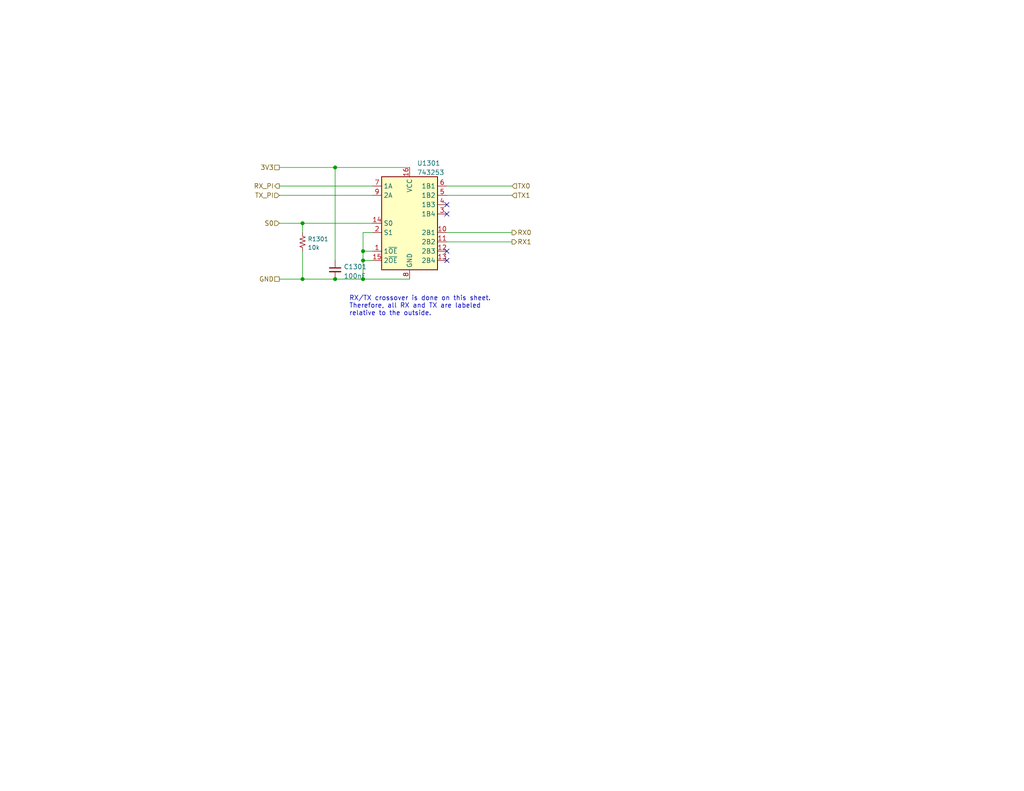
<source format=kicad_sch>
(kicad_sch (version 20211123) (generator eeschema)
  (paper "USLetter")
  (title_block (title "Rollercoasterometer") (date "2022-10-07") (company "Kwan Systems"))
  (lib_symbols
    (symbol "Analog_Switch:SN74CBT3253"
      (property "Reference" "U" (at -7.62 13.97 0))
      (property "Value" "SN74CBT3253" (at -11.43 -13.97 0))
      (symbol "SN74CBT3253_0_1"
        (rectangle (start -7.62 12.7) (end 7.62 -12.7) (stroke (width 0.254)) (fill (type background)))
        (rectangle (start 7.62 -12.7) (end 7.62 -12.7))
      )
      (symbol "SN74CBT3253_1_1"
        (pin input line (at -10.16 -7.62 0) (length 2.54) (name "1~{OE}") (number "1"))
        (pin bidirectional line (at 10.16 -2.54 180) (length 2.54) (name "2B1") (number "10"))
        (pin bidirectional line (at 10.16 -5.08 180) (length 2.54) (name "2B2") (number "11"))
        (pin bidirectional line (at 10.16 -7.62 180) (length 2.54) (name "2B3") (number "12"))
        (pin bidirectional line (at 10.16 -10.16 180) (length 2.54) (name "2B4") (number "13"))
        (pin input line (at -10.16 0 0) (length 2.54) (name "S0") (number "14"))
        (pin input line (at -10.16 -10.16 0) (length 2.54) (name "2~{OE}") (number "15"))
        (pin power_in line (at 0 15.24 270) (length 2.54) (name "VCC") (number "16"))
        (pin input line (at -10.16 -2.54 0) (length 2.54) (name "S1") (number "2"))
        (pin bidirectional line (at 10.16 2.54 180) (length 2.54) (name "1B4") (number "3"))
        (pin bidirectional line (at 10.16 5.08 180) (length 2.54) (name "1B3") (number "4"))
        (pin bidirectional line (at 10.16 7.62 180) (length 2.54) (name "1B2") (number "5"))
        (pin bidirectional line (at 10.16 10.16 180) (length 2.54) (name "1B1") (number "6"))
        (pin bidirectional line (at -10.16 10.16 0) (length 2.54) (name "1A") (number "7"))
        (pin power_in line (at 0 -15.24 90) (length 2.54) (name "GND") (number "8"))
        (pin bidirectional line (at -10.16 7.62 0) (length 2.54) (name "2A") (number "9"))
      )
    )
    (symbol "Device:C_Small" (pin_numbers hide) (pin_names (offset 0.254) hide)
      (property "Reference" "C" (at 0.254 1.778 0))
      (property "Value" "C_Small" (at 0.254 -2.032 0))
      (symbol "C_Small_0_1"
        (polyline (pts (xy -1.524 -0.508) (xy 1.524 -0.508)) (stroke (width 0.3302)))
        (polyline (pts (xy -1.524 0.508) (xy 1.524 0.508)) (stroke (width 0.3048)))
      )
      (symbol "C_Small_1_1"
        (pin passive line (at 0 2.54 270) (length 2.032) (name "~") (number "1"))
        (pin passive line (at 0 -2.54 90) (length 2.032) (name "~") (number "2"))
      )
    )
    (symbol "KwanSystems:RESISTOR" (pin_numbers hide) (pin_names (offset 1.016) hide)
      (property "Reference" "R" (at -1.27 1.27 0))
      (property "Value" "RESISTOR" (at -1.27 -2.54 0))
      (symbol "RESISTOR_0_1"
        (polyline (pts (xy 0 0) (xy -0.254 0.762) (xy -0.762 -0.762) (xy -1.27 0.762) (xy -1.524 0)))
        (polyline (pts (xy 0 0) (xy 0.254 -0.762) (xy 0.762 0.762) (xy 1.27 -0.762) (xy 1.524 0)))
      )
      (symbol "RESISTOR_1_1"
        (pin passive line (at -2.54 0 0) (length 0.9906) (name "1") (number "1"))
        (pin passive line (at 2.54 0 180) (length 0.9906) (name "2") (number "2"))
      )
    )
  )
  (junction (at 99.06 76.2))
  (junction (at 99.06 68.58))
  (junction (at 91.44 76.2))
  (junction (at 82.55 60.96))
  (junction (at 91.44 45.72))
  (junction (at 82.55 76.2))
  (junction (at 99.06 71.12))
  (no_connect (at 121.92 55.88))
  (no_connect (at 121.92 58.42))
  (no_connect (at 121.92 68.58))
  (no_connect (at 121.92 71.12))
  (wire (pts (xy 101.6 63.5) (xy 99.06 63.5)))
  (wire (pts (xy 76.2 50.8) (xy 101.6 50.8)))
  (wire (pts (xy 101.6 71.12) (xy 99.06 71.12)))
  (wire (pts (xy 76.2 53.34) (xy 101.6 53.34)))
  (wire (pts (xy 99.06 76.2) (xy 111.76 76.2)))
  (wire (pts (xy 121.92 53.34) (xy 139.7 53.34)))
  (wire (pts (xy 121.92 50.8) (xy 139.7 50.8)))
  (wire (pts (xy 91.44 45.72) (xy 111.76 45.72)))
  (wire (pts (xy 99.06 71.12) (xy 99.06 76.2)))
  (wire (pts (xy 82.55 68.58) (xy 82.55 76.2)))
  (wire (pts (xy 99.06 68.58) (xy 99.06 71.12)))
  (wire (pts (xy 76.2 45.72) (xy 91.44 45.72)))
  (wire (pts (xy 91.44 76.2) (xy 99.06 76.2)))
  (wire (pts (xy 82.55 76.2) (xy 91.44 76.2)))
  (wire (pts (xy 121.92 63.5) (xy 139.7 63.5)))
  (wire (pts (xy 99.06 63.5) (xy 99.06 68.58)))
  (wire (pts (xy 82.55 60.96) (xy 101.6 60.96)))
  (wire (pts (xy 76.2 76.2) (xy 82.55 76.2)))
  (wire (pts (xy 82.55 60.96) (xy 82.55 63.5)))
  (wire (pts (xy 76.2 60.96) (xy 82.55 60.96)))
  (wire (pts (xy 101.6 68.58) (xy 99.06 68.58)))
  (wire (pts (xy 121.92 66.04) (xy 139.7 66.04)))
  (wire (pts (xy 91.44 45.72) (xy 91.44 71.12)))
  (text "RX/TX crossover is done on this sheet. \nTherefore, all RX and TX are labeled\nrelative to the outside." (at 95.25 86.36 0) (effects (font (size 1.27 1.27)) (justify left bottom)))
  (hierarchical_label "GND" (shape passive) (at 76.2 76.2 180))
  (hierarchical_label "RX_PI" (shape output) (at 76.2 50.8 180))
  (hierarchical_label "RX1" (shape output) (at 139.7 66.04 0))
  (hierarchical_label "S0" (shape input) (at 76.2 60.96 180))
  (hierarchical_label "TX0" (shape input) (at 139.7 50.8 0))
  (hierarchical_label "TX1" (shape input) (at 139.7 53.34 0))
  (hierarchical_label "RX0" (shape output) (at 139.7 63.5 0))
  (hierarchical_label "TX_PI" (shape input) (at 76.2 53.34 180))
  (hierarchical_label "3V3" (shape passive) (at 76.2 45.72 180))
  (symbol (lib_id "KwanSystems:RESISTOR") (at 82.55 66.04 90) (unit 1)
    (property "Reference" "R1301" (at 83.947 65.2761 90) (effects (font (size 1.143 1.143)) (justify right)))
    (property "Value" "10k" (at 83.947 67.5847 90) (effects (font (size 1.143 1.143)) (justify right)))
    (property "Footprint" "Resistor_SMD:R_0402_1005Metric" (effects hide))
  )
  (symbol (lib_id "Device:C_Small") (at 91.44 73.66 0) (unit 1)
    (property "Reference" "C1301" (at 93.7641 72.8316 0) (effects (justify left)))
    (property "Value" "100nF" (at 93.7641 75.3685 0) (effects (justify left)))
    (property "Footprint" "Capacitor_SMD:C_0402_1005Metric" (effects hide))
    (property "Digikey" "399-C0402C104K4RAC7411CT-ND" (effects hide))
  )
  (symbol (lib_id "Analog_Switch:SN74CBT3253") (at 111.76 60.96 0) (unit 1)
    (property "Reference" "U1301" (at 113.7794 44.5602 0) (effects (justify left)))
    (property "Value" "743253" (at 113.7794 47.0971 0) (effects (justify left)))
    (property "Footprint" "Package_SO:TSSOP-16_4.4x5mm_P0.65mm" (effects hide))
    (property "Datasheet" "https://assets.nexperia.com/documents/data-sheet/74CB3Q3253.pdf" (effects hide))
    (property "Purpose" "UART Multiplexer" (effects hide))
    (property "Mouser" "771-74CBTLV3253PW118" (effects hide))
  )
)
</source>
